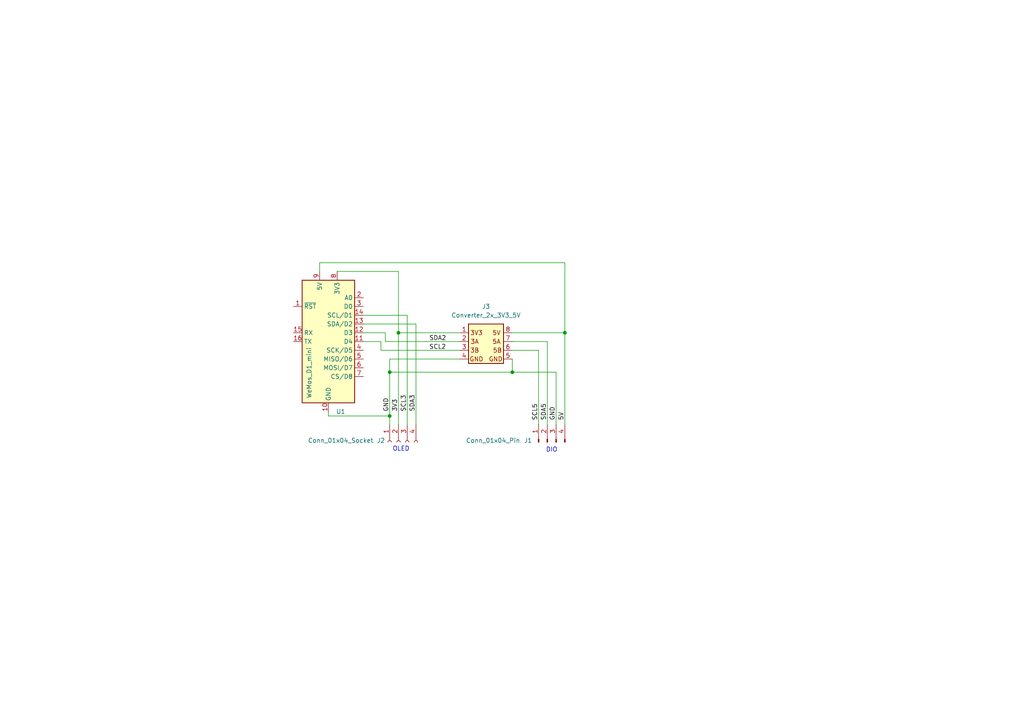
<source format=kicad_sch>
(kicad_sch (version 20231120) (generator "eeschema") (generator_version "8.0")
  (paper "A4")
  (lib_symbols
    (symbol "Connector:Conn_01x04_Pin" (pin_names (offset 1.016) hide)
      (property "Reference" "J" (at 0 5.08 0))
      (property "Value" "Conn_01x04_Pin" (at 0 -7.62 0))
      (symbol "Conn_01x04_Pin_1_1"
        (polyline (pts (xy 1.27 -5.08) (xy 0.8636 -5.08)) (stroke (width 0.1524)))
        (polyline (pts (xy 1.27 -2.54) (xy 0.8636 -2.54)) (stroke (width 0.1524)))
        (polyline (pts (xy 1.27 0) (xy 0.8636 0)) (stroke (width 0.1524)))
        (polyline (pts (xy 1.27 2.54) (xy 0.8636 2.54)) (stroke (width 0.1524)))
        (rectangle (start 0.8636 -4.953) (end 0 -5.207) (stroke (width 0.1524)) (fill (type outline)))
        (rectangle (start 0.8636 -2.413) (end 0 -2.667) (stroke (width 0.1524)) (fill (type outline)))
        (rectangle (start 0.8636 0.127) (end 0 -0.127) (stroke (width 0.1524)) (fill (type outline)))
        (rectangle (start 0.8636 2.667) (end 0 2.413) (stroke (width 0.1524)) (fill (type outline)))
        (pin passive line (at 5.08 2.54 180) (length 3.81) (name "Pin_1") (number "1"))
        (pin passive line (at 5.08 0 180) (length 3.81) (name "Pin_2") (number "2"))
        (pin passive line (at 5.08 -2.54 180) (length 3.81) (name "Pin_3") (number "3"))
        (pin passive line (at 5.08 -5.08 180) (length 3.81) (name "Pin_4") (number "4"))
      )
    )
    (symbol "Connector:Conn_01x04_Socket" (pin_names (offset 1.016) hide)
      (property "Reference" "J" (at 0 5.08 0))
      (property "Value" "Conn_01x04_Socket" (at 0 -7.62 0))
      (symbol "Conn_01x04_Socket_1_1"
        (arc (start 0 -4.572) (mid -0.5058 -5.08) (end 0 -5.588) (stroke (width 0.1524)))
        (arc (start 0 -2.032) (mid -0.5058 -2.54) (end 0 -3.048) (stroke (width 0.1524)))
        (polyline (pts (xy -1.27 -5.08) (xy -0.508 -5.08)) (stroke (width 0.1524)))
        (polyline (pts (xy -1.27 -2.54) (xy -0.508 -2.54)) (stroke (width 0.1524)))
        (polyline (pts (xy -1.27 0) (xy -0.508 0)) (stroke (width 0.1524)))
        (polyline (pts (xy -1.27 2.54) (xy -0.508 2.54)) (stroke (width 0.1524)))
        (arc (start 0 0.508) (mid -0.5058 0) (end 0 -0.508) (stroke (width 0.1524)))
        (arc (start 0 3.048) (mid -0.5058 2.54) (end 0 2.032) (stroke (width 0.1524)))
        (pin passive line (at -5.08 2.54 0) (length 3.81) (name "Pin_1") (number "1"))
        (pin passive line (at -5.08 0 0) (length 3.81) (name "Pin_2") (number "2"))
        (pin passive line (at -5.08 -2.54 0) (length 3.81) (name "Pin_3") (number "3"))
        (pin passive line (at -5.08 -5.08 0) (length 3.81) (name "Pin_4") (number "4"))
      )
    )
    (symbol "MCU_Module:WeMos_D1_mini"
      (property "Reference" "U" (at 3.81 19.05 0))
      (property "Value" "WeMos_D1_mini" (at 1.27 -19.05 0))
      (symbol "WeMos_D1_mini_1_1"
        (rectangle (start -7.62 17.78) (end 7.62 -17.78) (stroke (width 0.254)) (fill (type background)))
        (pin input line (at -10.16 10.16 0) (length 2.54) (name "~{RST}") (number "1"))
        (pin power_in line (at 0 -20.32 90) (length 2.54) (name "GND") (number "10"))
        (pin bidirectional line (at 10.16 0 180) (length 2.54) (name "D4") (number "11"))
        (pin bidirectional line (at 10.16 2.54 180) (length 2.54) (name "D3") (number "12"))
        (pin bidirectional line (at 10.16 5.08 180) (length 2.54) (name "SDA/D2") (number "13"))
        (pin bidirectional line (at 10.16 7.62 180) (length 2.54) (name "SCL/D1") (number "14"))
        (pin input line (at -10.16 2.54 0) (length 2.54) (name "RX") (number "15"))
        (pin output line (at -10.16 0 0) (length 2.54) (name "TX") (number "16"))
        (pin input line (at 10.16 12.7 180) (length 2.54) (name "A0") (number "2"))
        (pin bidirectional line (at 10.16 10.16 180) (length 2.54) (name "D0") (number "3"))
        (pin bidirectional line (at 10.16 -2.54 180) (length 2.54) (name "SCK/D5") (number "4"))
        (pin bidirectional line (at 10.16 -5.08 180) (length 2.54) (name "MISO/D6") (number "5"))
        (pin bidirectional line (at 10.16 -7.62 180) (length 2.54) (name "MOSI/D7") (number "6"))
        (pin bidirectional line (at 10.16 -10.16 180) (length 2.54) (name "CS/D8") (number "7"))
        (pin power_out line (at 2.54 20.32 270) (length 2.54) (name "3V3") (number "8"))
        (pin power_in line (at -2.54 20.32 270) (length 2.54) (name "5V") (number "9"))
      )
    )
    (symbol "_kh_library:Converter_2x_3V3_5V" (pin_names (offset 1.016) hide)
      (property "Reference" "J" (at 9.144 3.81 0))
      (property "Value" "Converter_2x_3V3_5V" (at 10.922 5.842 0))
      (symbol "Converter_2x_3V3_5V_1_1"
        (rectangle (start 3.81 2.54) (end 13.97 -8.89) (stroke (width 0.254)) (fill (type background)))
        (text "3A" (at 5.588 -2.54 0) (effects (font (size 1.27 1.27))))
        (text "3B" (at 5.588 -5.08 0) (effects (font (size 1.27 1.27))))
        (text "3V3" (at 6.096 0 0) (effects (font (size 1.27 1.27))))
        (text "5A" (at 11.938 -2.54 0) (effects (font (size 1.27 1.27))))
        (text "5B" (at 12.192 -5.08 0) (effects (font (size 1.27 1.27))))
        (text "5V" (at 11.938 0 0) (effects (font (size 1.27 1.27))))
        (text "GND" (at 6.096 -7.62 0) (effects (font (size 1.27 1.27))))
        (text "GND" (at 11.684 -7.62 0) (effects (font (size 1.27 1.27))))
        (pin power_in line (at 1.27 0 0) (length 2.54) (name "Pin_1") (number "1"))
        (pin passive line (at 1.27 -2.54 0) (length 2.54) (name "3A") (number "2"))
        (pin passive line (at 1.27 -5.08 0) (length 2.54) (name "Pin_3") (number "3"))
        (pin power_in line (at 1.27 -7.62 0) (length 2.54) (name "PIN_4") (number "4"))
        (pin power_in line (at 16.51 -7.62 180) (length 2.54) (name "Pin_5") (number "5"))
        (pin passive line (at 16.51 -5.08 180) (length 2.54) (name "Pin_6") (number "6"))
        (pin passive line (at 16.51 -2.54 180) (length 2.54) (name "Pin_7") (number "7"))
        (pin power_in line (at 16.51 0 180) (length 2.54) (name "Pin_8") (number "8"))
      )
    )
  )
  (junction (at 148.59 107.95))
  (junction (at 115.57 96.52))
  (junction (at 113.03 120.65))
  (junction (at 163.83 96.52))
  (junction (at 113.03 107.95))
  (wire (pts (xy 161.29 107.95) (xy 161.29 123.19)))
  (wire (pts (xy 115.57 96.52) (xy 115.57 123.19)))
  (wire (pts (xy 110.49 101.6) (xy 133.35 101.6)))
  (wire (pts (xy 97.79 78.74) (xy 115.57 78.74)))
  (wire (pts (xy 113.03 104.14) (xy 133.35 104.14)))
  (wire (pts (xy 163.83 96.52) (xy 163.83 123.19)))
  (wire (pts (xy 156.21 101.6) (xy 156.21 123.19)))
  (wire (pts (xy 111.76 99.06) (xy 111.76 96.52)))
  (wire (pts (xy 148.59 104.14) (xy 148.59 107.95)))
  (wire (pts (xy 111.76 96.52) (xy 105.41 96.52)))
  (wire (pts (xy 133.35 99.06) (xy 111.76 99.06)))
  (wire (pts (xy 113.03 107.95) (xy 113.03 120.65)))
  (wire (pts (xy 105.41 99.06) (xy 110.49 99.06)))
  (wire (pts (xy 163.83 76.2) (xy 163.83 96.52)))
  (wire (pts (xy 110.49 99.06) (xy 110.49 101.6)))
  (wire (pts (xy 113.03 107.95) (xy 113.03 104.14)))
  (wire (pts (xy 115.57 78.74) (xy 115.57 96.52)))
  (wire (pts (xy 92.71 76.2) (xy 92.71 78.74)))
  (wire (pts (xy 95.25 120.65) (xy 113.03 120.65)))
  (wire (pts (xy 115.57 96.52) (xy 133.35 96.52)))
  (wire (pts (xy 120.65 93.98) (xy 120.65 123.19)))
  (wire (pts (xy 148.59 101.6) (xy 156.21 101.6)))
  (wire (pts (xy 148.59 107.95) (xy 113.03 107.95)))
  (wire (pts (xy 92.71 76.2) (xy 163.83 76.2)))
  (wire (pts (xy 95.25 119.38) (xy 95.25 120.65)))
  (wire (pts (xy 163.83 96.52) (xy 148.59 96.52)))
  (wire (pts (xy 148.59 107.95) (xy 161.29 107.95)))
  (wire (pts (xy 113.03 120.65) (xy 113.03 123.19)))
  (wire (pts (xy 118.11 91.44) (xy 105.41 91.44)))
  (wire (pts (xy 105.41 93.98) (xy 120.65 93.98)))
  (wire (pts (xy 148.59 99.06) (xy 158.75 99.06)))
  (wire (pts (xy 158.75 99.06) (xy 158.75 123.19)))
  (wire (pts (xy 118.11 91.44) (xy 118.11 123.19)))
  (text "DIO" (at 160.02 130.556 0) (effects (font (size 1.27 1.27))))
  (text "OLED" (at 116.332 130.302 0) (effects (font (size 1.27 1.27))))
  (label "GND" (at 113.03 119.38 90))
  (label "5V" (at 163.83 121.92 90))
  (label "SCL2" (at 124.46 101.6 0))
  (label "SCL3" (at 118.11 119.38 90))
  (label "SDA3" (at 120.65 119.38 90))
  (label "SCL5" (at 156.21 121.92 90))
  (label "3V3" (at 115.57 119.38 90))
  (label "SDA5" (at 158.75 121.92 90))
  (label "SDA2" (at 124.46 99.06 0))
  (label "GND" (at 161.29 121.92 90))
  (symbol (lib_id "MCU_Module:WeMos_D1_mini") (at 95.25 99.06 0) (unit 1)
    (property "Reference" "U1" (at 97.4441 119.38 0) (effects (justify left)))
    (property "Value" "WeMos_D1_mini" (at 89.662 115.57 90) (effects (justify left)))
    (property "Footprint" "_kh_library:WEMOS_D1_mini_kh_shield_2" (effects (hide yes)))
    (property "Datasheet" "https://wiki.wemos.cc/products:d1:d1_mini#documentation" (effects (hide yes)))
    (property "Description" "32-bit microcontroller module with WiFi" (effects (hide yes)))
  )
  (symbol (lib_id "Connector:Conn_01x04_Socket") (at 115.57 128.27 90) (mirror x) (unit 1)
    (property "Reference" "J2" (at 110.49 127.762 90))
    (property "Value" "Conn_01x04_Socket" (at 98.806 127.762 90))
    (property "Footprint" "_kh_library:PinSocket_1x04_P2.54mm_Vertical_kh" (effects (hide yes)))
    (property "Description" "Generic connector, single row, 01x04, script generated" (effects (hide yes)))
  )
  (symbol (lib_id "_kh_library:Converter_2x_3V3_5V") (at 132.08 96.52 0) (unit 1)
    (property "Reference" "J3" (at 140.97 88.9 0))
    (property "Value" "Converter_2x_3V3_5V" (at 140.97 91.44 0))
    (property "Footprint" "_kh_library:Converter_2x_3V3_5V" (effects (hide yes)))
    (property "Description" "Converter_2x_3V3_5V" (effects (hide yes)))
  )
  (symbol (lib_id "Connector:Conn_01x04_Pin") (at 158.75 128.27 90) (unit 1)
    (property "Reference" "J1" (at 153.162 127.762 90))
    (property "Value" "Conn_01x04_Pin" (at 143.002 127.762 90))
    (property "Footprint" "_kh_library:PinSocket_1x04_P2.54mm_Vertical_kh" (effects (hide yes)))
    (property "Description" "Generic connector, single row, 01x04, script generated" (effects (hide yes)))
  )
)
</source>
